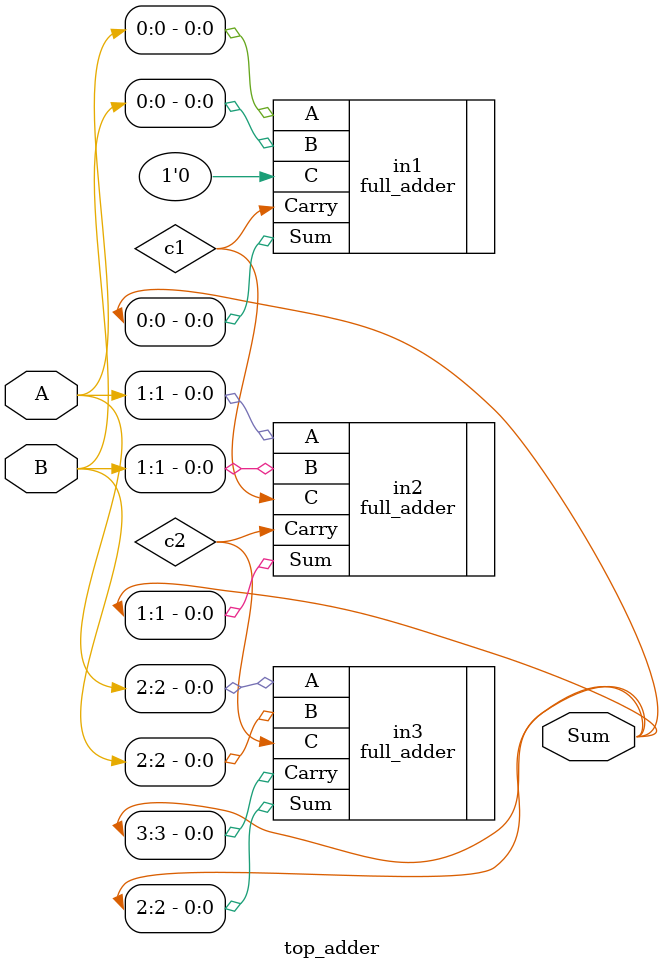
<source format=v>
`timescale 1ns / 1ps


module top_adder(
    input [2:0] A,
    input [2:0] B,
    output [3:0]Sum
    );
    wire c1,c2;
    full_adder in1(.A(A[0]),.B(B[0]),.C(1'b0),.Sum(Sum[0]),.Carry(c1));
    full_adder in2(.A(A[1]),.B(B[1]),.C(c1),.Sum(Sum[1]),.Carry(c2));
    full_adder in3(.A(A[2]),.B(B[2]),.C(c2),.Sum(Sum[2]),.Carry(Sum[3]));
endmodule

</source>
